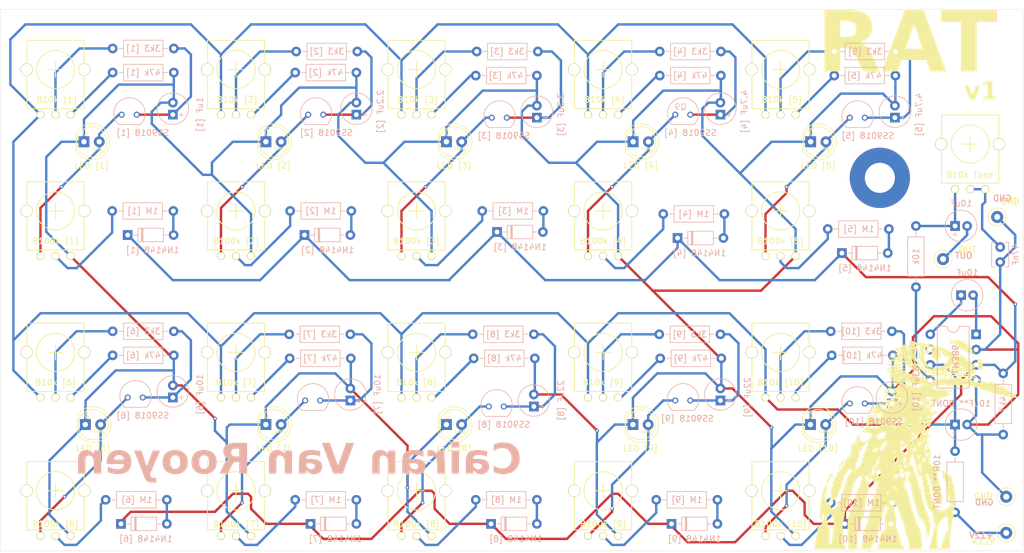
<source format=kicad_pcb>
(kicad_pcb (version 20240108) (generator "pcbnew") (generator_version "8.0")
  (layers (0 "F.Cu" signal) (31 "B.Cu" signal) (34 "B.Paste" user) (35 "F.Paste" user) (36 "B.SilkS" user "B.Silkscreen") (37 "F.SilkS" user "F.Silkscreen") (38 "B.Mask" user) (39 "F.Mask" user) (44 "Edge.Cuts" user))
  (net 0 "")
  (net 1 "Net-(D1-A)")
  (net 2 "Net-(Q1-E)")
  (net 3 "+12V")
  (net 4 "GND")
  (net 5 "Net-(Q2-E)")
  (net 6 "Net-(D2-A)")
  (net 7 "Net-(D4-A)")
  (net 8 "Net-(Q4-E)")
  (net 9 "Net-(D5-A)")
  (net 10 "Net-(R2-Pad1)")
  (net 11 "Net-(R4-Pad2)")
  (net 12 "Net-(R8-Pad1)")
  (net 13 "Net-(R11-Pad1)")
  (net 15 "Net-(Q5-E)")
  (net 16 "Net-(Q7-E)")
  (net 17 "Net-(Q8-E)")
  (net 18 "Net-(Q9-E)")
  (net 19 "Net-(Q10-E)")
  (net 20 "Net-(Q11-E)")
  (net 21 "Net-(Q12-E)")
  (net 22 "Mix")
  (net 23 "Net-(D7-A)")
  (net 24 "Net-(D8-A)")
  (net 25 "Net-(D10-A)")
  (net 26 "Net-(D11-A)")
  (net 27 "Net-(D13-A)")
  (net 28 "Net-(D14-A)")
  (net 29 "Net-(D15-A)")
  (net 30 "Net-(D16-A)")
  (net 31 "Net-(D17-A)")
  (net 32 "Net-(D18-A)")
  (net 33 "Net-(D19-A)")
  (net 34 "Net-(D20-A)")
  (net 35 "Net-(D21-A)")
  (net 36 "Net-(D22-A)")
  (net 37 "Net-(D23-A)")
  (net 38 "Net-(D24-A)")
  (net 39 "Net-(R13-Pad2)")
  (net 40 "Net-(R17-Pad1)")
  (net 41 "Net-(R20-Pad1)")
  (net 42 "Net-(R22-Pad2)")
  (net 43 "Net-(R23-Pad1)")
  (net 44 "Net-(R24-Pad1)")
  (net 45 "Net-(R26-Pad1)")
  (net 46 "Net-(R27-Pad1)")
  (net 47 "Net-(R28-Pad2)")
  (net 48 "Net-(R30-Pad1)")
  (net 49 "Net-(R35-Pad1)")
  (net 50 "Net-(R37-Pad2)")
  (net 51 "Net-(R38-Pad1)")
  (net 52 "Net-(C14-Pad1)")
  (net 53 "Net-(C14-Pad2)")
  (net 54 "Net-(C15-Pad1)")
  (net 55 "Net-(C15-Pad2)")
  (net 56 "Net-(C16-Pad1)")
  (net 57 "Net-(R1-Pad1)")
  (net 58 "Net-(R5-Pad2)")
  (net 59 "Net-(R7-Pad1)")
  (net 60 "Net-(R10-Pad1)")
  (net 61 "Net-(R14-Pad2)")
  (net 62 "Net-(R16-Pad1)")
  (net 63 "Net-(R19-Pad1)")
  (net 64 "Net-(R21-Pad2)")
  (net 65 "Net-(R29-Pad2)")
  (net 66 "Net-(R31-Pad1)")
  (net 67 "Net-(R33-Pad2)")
  (net 68 "Net-(R34-Pad1)")
  (net 69 "Net-(R36-Pad2)")
  (net 70 "Net-(R39-Pad1)")
  (footprint "LED_THT:LED_D5.0mm" (layer "F.Cu") (at 174.46 99)
    (property "Reference" "D22" (hide yes))
    (property "Value" "LED [10]")
  )
  (footprint "TestPoint:TestPoint_Loop_D1.80mm_Drill1.0mm_Beaded" (layer "F.Cu") (at 207 111)
    (property "Reference" "REF**" (hide yes))
    (property "Value" "TestPoint_Loop_D1.80mm_Drill1.0mm_Beaded" (hide yes))
  )
  (footprint "Cairan:Alpha9mmPot" (layer "F.Cu") (at 79 40)
    (property "Reference" "RV7" (hide yes))
    (property "Value" "B10k [2]")
  )
  (footprint "LED_THT:LED_D5.0mm" (layer "F.Cu") (at 53.96 99)
    (property "Reference" "D2" (hide yes))
    (property "Value" "LED [6]")
  )
  (footprint "Cairan:Alpha9mmPot" (layer "F.Cu") (at 109 40)
    (property "Reference" "RV13" (hide yes))
    (property "Value" "B10k [3]")
  )
  (footprint "Cairan:Alpha9mmPot" (layer "F.Cu") (at 169.5 63.5)
    (property "Reference" "RV24" (hide yes))
    (property "Value" "B100k [5]")
  )
  (footprint "Cairan:Alpha9mmPot" (layer "F.Cu") (at 140 87)
    (property "Reference" "RV18" (hide yes))
    (property "Value" "B10k [9]")
  )
  (footprint "Cairan:Alpha9mmPot" (layer "F.Cu") (at 109 110)
    (property "Reference" "RV16" (hide yes))
    (property "Value" "B100k [8]")
  )
  (footprint "Cairan:Alpha9mmPot" (layer "F.Cu") (at 109 63.5)
    (property "Reference" "RV15" (hide yes))
    (property "Value" "B100k [3]")
  )
  (footprint "LED_THT:LED_D5.0mm" (layer "F.Cu") (at 83.96 52)
    (property "Reference" "D7" (hide yes))
    (property "Value" "LED [2]")
  )
  (footprint "Cairan:Alpha9mmPot" (layer "F.Cu") (at 109 87)
    (property "Reference" "RV14" (hide yes))
    (property "Value" "B10k [8]")
  )
  (footprint "Cairan:Alpha9mmPot" (layer "F.Cu") (at 140 40)
    (property "Reference" "RV17" (hide yes))
    (property "Value" "B10k [4]")
  )
  (footprint "LED_THT:LED_D5.0mm" (layer "F.Cu") (at 53.728872 52)
    (property "Reference" "D1" (hide yes))
    (property "Value" "LED [1]")
  )
  (footprint "TestPoint:TestPoint_Loop_D1.80mm_Drill1.0mm_Beaded" (layer "F.Cu") (at 205.5 64.5)
    (property "Reference" "REF**" (hide yes))
    (property "Value" "TestPoint_Loop_D1.80mm_Drill1.0mm_Beaded" (hide yes))
  )
  (footprint "LED_THT:LED_D5.0mm" (layer "F.Cu") (at 113.96 52)
    (property "Reference" "D13" (hide yes))
    (property "Value" "LED [3]")
  )
  (footprint "Cairan:Alpha9mmPot" (layer "F.Cu") (at 49 87)
    (property "Reference" "RV2" (hide yes))
    (property "Value" "B10k [6]")
  )
  (footprint "Cairan:birdie" (layer "F.Cu") (at 190.308238 101.029561)
    (property "Reference" "G***" (hide yes))
    (property "Value" "LOGO" (hide yes))
  )
  (footprint "LED_THT:LED_D5.0mm" (layer "F.Cu") (at 113.96 99)
    (property "Reference" "D14" (hide yes))
    (property "Value" "LED [8]")
  )
  (footprint "TestPoint:TestPoint_Loop_D1.80mm_Drill1.0mm_Beaded" (layer "F.Cu") (at 196.5 71.5)
    (property "Reference" "REF**" (hide yes))
    (property "Value" "TestPoint_Loop_D1.80mm_Drill1.0mm_Beaded" (hide yes))
  )
  (footprint "LED_THT:LED_D5.0mm" (layer "F.Cu") (at 174.5 52)
    (property "Reference" "D21" (hide yes))
    (property "Value" "LED [5]")
  )
  (footprint "Cairan:Alpha9mmPot" (layer "F.Cu") (at 79 63.5)
    (property "Reference" "RV10" (hide yes))
    (property "Value" "B100k [2]")
  )
  (footprint "LED_THT:LED_D5.0mm" (layer "F.Cu") (at 83.96 99)
    (property "Reference" "D8" (hide yes))
    (property "Value" "LED [7]")
  )
  (footprint "Cairan:Alpha9mmPot" (layer "F.Cu") (at 79 87)
    (property "Reference" "RV8" (hide yes))
    (property "Value" "B10k [7]")
  )
  (footprint "TestPoint:TestPoint_Loop_D1.80mm_Drill1.0mm_Beaded" (layer "F.Cu") (at 207 117)
    (property "Reference" "REF**" (hide yes))
    (property "Value" "TestPoint_Loop_D1.80mm_Drill1.0mm_Beaded" (hide yes))
  )
  (footprint "Cairan:Alpha9mmPot" (layer "F.Cu") (at 201 52.3875)
    (property "Reference" "RV23" (hide yes))
    (property "Value" "B10k Tone")
  )
  (footprint "Cairan:Alpha9mmPot" (layer "F.Cu") (at 169.5 87)
    (property "Reference" "RV22" (hide yes))
    (property "Value" "B10k [10]")
  )
  (footprint "Cairan:Alpha9mmPot" (layer "F.Cu") (at 140 110)
    (property "Reference" "RV20" (hide yes))
    (property "Value" "B100k [9]")
  )
  (footprint "LED_THT:LED_D5.0mm" (layer "F.Cu") (at 144.96 99)
    (property "Reference" "D18" (hide yes))
    (property "Value" "LED [9]")
  )
  (footprint "MountingHole:MountingHole_5mm_Pad" (layer "F.Cu") (at 186 58)
    (property "Reference" "REF**" (hide yes))
    (property "Value" "MountingHole_5mm_Pad" (hide yes))
  )
  (footprint "Cairan:Alpha9mmPot" (layer "F.Cu") (at 169.5 110)
    (property "Reference" "RV25" (hide yes))
    (property "Value" "B100k [10]")
  )
  (footprint "Cairan:Alpha9mmPot" (layer "F.Cu") (at 79 110)
    (property "Reference" "RV11" (hide yes))
    (property "Value" "B100k [7]")
  )
  (footprint "Cairan:Alpha9mmPot" (layer "F.Cu") (at 49 63.5)
    (property "Reference" "RV4" (hide yes))
    (property "Value" "B100k [1]")
  )
  (footprint "LED_THT:LED_D5.0mm" (layer "F.Cu") (at 145 52)
    (property "Reference" "D17" (hide yes))
    (property "Value" "LED [4]")
  )
  (footprint "Cairan:Alpha9mmPot" (layer "F.Cu") (at 140 63.5)
    (property "Reference" "RV19" (hide yes))
    (property "Value" "B100k [4]")
  )
  (footprint "Cairan:Alpha9mmPot" (layer "F.Cu") (at 169.5 40)
    (property "Reference" "RV21" (hide yes))
    (property "Value" "B10k [5]")
  )
  (footprint "Cairan:Alpha9mmPot" (layer "F.Cu") (at 49 110)
    (property "Reference" "RV5" (hide yes))
    (property "Value" "B100k [6]")
  )
  (footprint "Cairan:Alpha9mmPot" (layer "F.Cu") (at 49 40)
    (property "Reference" "RV1" (hide yes))
    (property "Value" "B10k [1]")
  )
  (footprint "Resistor_THT:R_Axial_DIN0207_L6.3mm_D2.5mm_P10.16mm_Horizontal" (layer "B.Cu") (at 119.92 63.5)
    (property "Reference" "R23" (hide yes))
    (property "Value" "1M [3]")
  )
  (footprint "Resistor_THT:R_Axial_DIN0207_L6.3mm_D2.5mm_P10.16mm_Horizontal" (layer "B.Cu") (at 58.5 83.5)
    (property "Reference" "R2" (hide yes))
    (property "Value" "3k3 [6]")
  )
  (footprint "Resistor_THT:R_Axial_DIN0207_L6.3mm_D2.5mm_P10.16mm_Horizontal" (layer "B.Cu") (at 159.58 41 180)
    (property "Reference" "R28" (hide yes))
    (property "Value" "47k [4]")
  )
  (footprint "Resistor_THT:R_Axial_DIN0207_L6.3mm_D2.5mm_P10.16mm_Horizontal" (layer "B.Cu") (at 87.84 84)
    (property "Reference" "R11" (hide yes))
    (property "Value" "3k3 [7]")
  )
  (footprint "transistor:SS9018" (layer "B.Cu") (at 181.5 50.5 180)
    (property "Reference" "Q11" (hide yes))
    (property "Value" "SS9018 [5]")
  )
  (footprint "Diode_THT:D_DO-35_SOD27_P7.62mm_Horizontal" (layer "B.Cu") (at 179.69 70.5)
    (property "Reference" "D23" (hide yes))
    (property "Value" "1N4148 [5]")
  )
  (footprint "Diode_THT:D_DO-35_SOD27_P7.62mm_Horizontal" (layer "B.Cu") (at 121.38 115.5)
    (property "Reference" "D16" (hide yes))
    (property "Value" "1N4148 [8]")
  )
  (footprint "Resistor_THT:R_Axial_DIN0207_L6.3mm_D2.5mm_P10.16mm_Horizontal" (layer "B.Cu") (at 128.66 88 180)
    (property "Reference" "R22" (hide yes))
    (property "Value" "47k [8]")
  )
  (footprint "Resistor_THT:R_Axial_DIN0207_L6.3mm_D2.5mm_P10.16mm_Horizontal" (layer "B.Cu") (at 188.16 87.5 180)
    (property "Reference" "R37" (hide yes))
    (property "Value" "47k [10]")
  )
  (footprint "transistor:SS9018" (layer "B.Cu") (at 121.5 98.5 180)
    (property "Reference" "Q8" (hide yes))
    (property "Value" "SS9018 [8]")
  )
  (footprint "Resistor_THT:R_Axial_DIN0207_L6.3mm_D2.5mm_P10.16mm_Horizontal" (layer "B.Cu") (at 159.66 88 180)
    (property "Reference" "R29" (hide yes))
    (property "Value" "47k [9]")
  )
  (footprint "transistor:SS9018" (layer "B.Cu") (at 122 50.5 180)
    (property "Reference" "Q7" (hide yes))
    (property "Value" "SS9018 [3]")
  )
  (footprint "Resistor_THT:R_Axial_DIN0207_L6.3mm_D2.5mm_P10.16mm_Horizontal" (layer "B.Cu") (at 148.84 111.5)
    (property "Reference" "R31" (hide yes))
    (property "Value" "1M [9]")
  )
  (footprint "Resistor_THT:R_Axial_DIN0207_L6.3mm_D2.5mm_P10.16mm_Horizontal" (layer "B.Cu") (at 177.84 83.5)
    (property "Reference" "R35" (hide yes))
    (property "Value" "3k3 [10]")
  )
  (footprint "transistor:SS9018" (layer "B.Cu") (at 61.5 97 180)
    (property "Reference" "Q2" (hide yes))
    (property "Value" "SS9018 [6]")
  )
  (footprint "Capacitor_THT:C_Disc_D3.8mm_W2.6mm_P2.50mm" (layer "B.Cu") (at 206 69.5 -90)
    (property "Reference" "C16" (hide yes))
    (property "Value" "47nF")
  )
  (footprint "Capacitor_THT:C_Radial_D5.0mm_H11.0mm_P2.00mm" (layer "B.Cu") (at 198.5 99)
    (property "Reference" "C9" (hide yes))
    (property "Value" "10uF** DONT")
  )
  (footprint "Resistor_THT:R_Axial_DIN0207_L6.3mm_D2.5mm_P10.16mm_Horizontal" (layer "B.Cu") (at 129 41 180)
    (property "Reference" "R21" (hide yes))
    (property "Value" "47k [3]")
  )
  (footprint "Capacitor_THT:C_Radial_D5.0mm_H11.0mm_P2.00mm" (layer "B.Cu") (at 129 48 90)
    (property "Reference" "C7" (hide yes))
    (property "Value" "3.3uF [3]")
  )
  (footprint "Capacitor_THT:C_Radial_D5.0mm_H11.0mm_P2.00mm" (layer "B.Cu") (at 68.5 94.5 90)
    (property "Reference" "C2" (hide yes))
    (property "Value" "10uF [6]")
  )
  (footprint "Resistor_THT:R_Axial_DIN0207_L6.3mm_D2.5mm_P10.16mm_Horizontal" (layer "B.Cu") (at 206.5 100.66 90)
    (property "Reference" "R32" (hide yes))
    (property "Value" "4k7")
  )
  (footprint "transistor:SS9018" (layer "B.Cu") (at 60.5 50 180)
    (property "Reference" "Q1" (hide yes))
    (property "Value" "SS9018 [1]")
  )
  (footprint "Resistor_THT:R_Axial_DIN0207_L6.3mm_D2.5mm_P10.16mm_Horizontal" (layer "B.Cu") (at 99 40.5 180)
    (property "Reference" "R13" (hide yes))
    (property "Value" "47k [2]")
  )
  (footprint "Resistor_THT:R_Axial_DIN0207_L6.3mm_D2.5mm_P10.16mm_Horizontal" (layer "B.Cu") (at 68.66 40.5 180)
    (property "Reference" "R4" (hide yes))
    (property "Value" "47k [1]")
  )
  (footprint "transistor:SS9018" (layer "B.Cu") (at 181.5 98 180)
    (property "Reference" "Q12" (hide yes))
    (property "Value" "SS9018 [10]")
  )
  (footprint "transistor:SS9018" (layer "B.Cu") (at 91.5 50 180)
    (property "Reference" "Q4" (hide yes))
    (property "Value" "SS9018 [2]")
  )
  (footprint "Resistor_THT:R_Axial_DIN0207_L6.3mm_D2.5mm_P10.16mm_Horizontal" (layer "B.Cu") (at 119 37)
    (property "Reference" "R19" (hide yes))
    (property "Value" "3k3 [3]")
  )
  (footprint "Capacitor_THT:C_Radial_D5.0mm_H11.0mm_P2.00mm" (layer "B.Cu") (at 199.5 77.5)
    (property "Reference" "C14" (hide yes))
    (property "Value" "10uF")
  )
  (footprint "Diode_THT:D_DO-35_SOD27_P7.62mm_Horizontal" (layer "B.Cu") (at 61 67.5)
    (property "Reference" "D4" (hide yes))
    (property "Value" "1N4148 [1]")
  )
  (footprint "Diode_THT:D_DO-35_SOD27_P7.62mm_Horizontal" (layer "B.Cu") (at 180.19 115.5)
    (property "Reference" "D24" (hide yes))
    (property "Value" "1N4148 [10]")
  )
  (footprint "transistor:SS9018" (layer "B.Cu") (at 91 97.5 180)
    (property "Reference" "Q5" (hide yes))
    (property "Value" "SS9018 [7]" (hide yes))
  )
  (footprint "Resistor_THT:R_Axial_DIN0207_L6.3mm_D2.5mm_P10.16mm_Horizontal" (layer "B.Cu") (at 188.58 41 180)
    (property "Reference" "R36" (hide yes))
    (property "Value" "47k [5]")
  )
  (footprint "Diode_THT:D_DO-35_SOD27_P7.62mm_Horizontal" (layer "B.Cu") (at 151.38 115.5)
    (property "Reference" "D20" (hide yes))
    (property "Value" "1N4148 [9]")
  )
  (footprint "Diode_THT:D_DO-35_SOD27_P7.62mm_Horizontal" (layer "B.Cu") (at 90.38 67.5)
    (property "Reference" "D10" (hide yes))
    (property "Value" "1N4148 [2]")
  )
  (footprint "Capacitor_THT:C_Radial_D5.0mm_H11.0mm_P2.00mm" (layer "B.Cu") (at 68.5 47.5 90)
    (property "Reference" "C1" (hide yes))
    (property "Value" "1uF [1]")
  )
  (footprint "Resistor_THT:R_Axial_DIN0207_L6.3mm_D2.5mm_P10.16mm_Horizontal" (layer "B.Cu") (at 118.84 111.5)
    (property "Reference" "R24" (hide yes))
    (property "Value" "1M [8]")
  )
  (footprint "Diode_THT:D_DO-35_SOD27_P7.62mm_Horizontal" (layer "B.Cu") (at 152.38 68)
    (property "Reference" "D19" (hide yes))
    (property "Value" "1N4148 [4]")
  )
  (footprint "transistor:SS9018" (layer "B.Cu") (at 152.5 50 180)
    (property "Reference" "Q9")
    (property "Value" "SS9018 [4]")
  )
  (footprint "Resistor_THT:R_Axial_DIN0207_L6.3mm_D2.5mm_P10.16mm_Horizontal" (layer "B.Cu") (at 89 37)
    (property "Reference" "R10" (hide yes))
    (property "Value" "3k3 [2]")
  )
  (footprint "Capacitor_THT:C_Radial_D5.0mm_H11.0mm_P2.00mm" (layer "B.Cu") (at 128.5 96 90)
    (property "Reference" "C8" (hide yes))
    (property "Value" "22uF [8]")
  )
  (footprint "Cairan:LM386" (layer "B.Cu") (at 203.2 82.45 180)
    (property "Reference" "U1" (hide yes))
    (property "Value" "LM386")
  )
  (footprint "transistor:SS9018" (layer "B.Cu") (at 152.5 97.5 180)
    (property "Reference" "Q10" (hide yes))
    (property "Value" "SS9018 [9]")
  )
  (footprint "Resistor_THT:R_Axial_DIN0207_L6.3mm_D2.5mm_P10.16mm_Horizontal" (layer "B.Cu") (at 192 66 -90)
    (property "Reference" "R33" (hide yes))
    (property "Value" "10k")
  )
  (footprint "Resistor_THT:R_Axial_DIN0207_L6.3mm_D2.5mm_P10.16mm_Horizontal" (layer "B.Cu") (at 68.66 87.5 180)
    (property "Reference" "R5" (hide yes))
    (property "Value" "47k [6]")
  )
  (footprint "Resistor_THT:R_Axial_DIN0207_L6.3mm_D2.5mm_P10.16mm_Horizontal" (layer "B.Cu") (at 57.34 111.5)
    (property "Reference" "R8" (hide yes))
    (property "Value" "1M [6]")
  )
  (footprint "Capacitor_THT:C_Radial_D5.0mm_H11.0mm_P2.00mm" (layer "B.Cu") (at 98 95 90)
    (property "Reference" "C5" (hide yes))
    (property "Value" "10uF [7]")
  )
  (footprint "Resistor_THT:R_Axial_DIN0207_L6.3mm_D2.5mm_P10.16mm_Horizontal" (layer "B.Cu") (at 198.5 103.42 -90)
    (property "Reference" "R25" (hide yes))
    (property "Value" "10R** DONT")
  )
  (footprint "Resistor_THT:R_Axial_DIN0207_L6.3mm_D2.5mm_P10.16mm_Horizontal" (layer "B.Cu") (at 178.42 37)
    (property "Reference" "R34" (hide yes))
    (property "Value" "3k3 [5]")
  )
  (footprint "Resistor_THT:R_Axial_DIN0207_L6.3mm_D2.5mm_P10.16mm_Horizontal" (layer "B.Cu") (at 149.34 84)
    (property "Reference" "R27" (hide yes))
    (property "Value" "3k3 [9]")
  )
  (footprint "Capacitor_THT:C_Radial_D5.0mm_H11.0mm_P2.00mm" (layer "B.Cu") (at 198.5 66)
    (property "Reference" "C15" (hide yes))
    (property "Value" "10uF")
  )
  (footprint "Resistor_THT:R_Axial_DIN0207_L6.3mm_D2.5mm_P10.16mm_Horizontal" (layer "B.Cu") (at 177.34 66.5)
    (property "Reference" "R38" (hide yes))
    (property "Value" "1M [5]")
  )
  (footprint "Capacitor_THT:C_Radial_D5.0mm_H11.0mm_P2.00mm" (layer "B.Cu") (at 99 47.5 90)
    (property "Reference" "C4" (hide yes))
    (property "Value" "2.2uF [2]")
  )
  (footprint "Capacitor_THT:C_Radial_D5.0mm_H11.0mm_P2.00mm" (layer "B.Cu") (at 188.5 48 90)
    (property "Reference" "C12" (hide yes))
    (property "Value" "4.7uF [5]")
  )
  (footprint "Resistor_THT:R_Axial_DIN0207_L6.3mm_D2.5mm_P10.16mm_Horizontal" (layer "B.Cu") (at 98.08 88 180)
    (property "Reference" "R14" (hide yes))
    (property "Value" "47k [7]")
  )
  (footprint "Diode_THT:D_DO-35_SOD27_P7.62mm_Horizontal" (layer "B.Cu") (at 59.88 115.5)
    (property "Reference" "D5" (hide yes))
    (property "Value" "1N4148 [6]")
  )
  (footprint "Resistor_THT:R_Axial_DIN0207_L6.3mm_D2.5mm_P10.16mm_Horizontal" (layer "B.Cu") (at 58.5 36.5)
    (property "Reference" "R1" (hide yes))
    (property "Value" "3k3 [1]")
  )
  (footprint "Resistor_THT:R_Axial_DIN0207_L6.3mm_D2.5mm_P10.16mm_Horizontal" (layer "B.Cu") (at 58.42 63.5)
    (property "Reference" "R7" (hide yes))
    (property "Value" "1M [1]")
  )
  (footprint "Resistor_THT:R_Axial_DIN0207_L6.3mm_D2.5mm_P10.16mm_Horizontal" (layer "B.Cu") (at 88 63.5)
    (property "Reference" "R16" (hide yes))
    (property "Value" "1M [2]")
  )
  (footprint "Resistor_THT:R_Axial_DIN0207_L6.3mm_D2.5mm_P10.16mm_Horizontal" (layer "B.Cu") (at 150 64)
    (property "Reference" "R30" (hide yes))
    (property "Value" "1M [4]")
  )
  (footprint "Diode_THT:D_DO-35_SOD27_P7.62mm_Horizontal" (layer "B.Cu") (at 91.38 115.5)
    (property "Reference" "D11" (hide yes))
    (property "Value" "1N4148 [7]")
  )
  (footprint "Resistor_THT:R_Axial_DIN0207_L6.3mm_D2.5mm_P10.16mm_Horizontal" (layer "B.Cu") (at 88.84 111.5)
    (property "Reference" "R17" (hide yes))
    (property "Value" "1M [7]")
  )
  (footprint "Resistor_THT:R_Axial_DIN0207_L6.3mm_D2.5mm_P10.16mm_Horizontal" (layer "B.Cu") (at 149.42 37)
    (property "Reference" "R26" (hide yes))
    (property "Value" "3k3 [4]")
  )
  (footprint "Capacitor_THT:C_Radial_D5.0mm_H11.0mm_P2.00mm" (layer "B.Cu") (at 159.5 95 90)
    (property "Reference" "C11" (hide yes))
    (property "Value" "22uF [9]")
  )
  (footprint "Capacitor_THT:C_Radial_D5.0mm_H11.0mm_P2.00mm" (layer "B.Cu") (at 188 95.5 90)
    (property "Reference" "C13" (hide yes))
    (property "Value" "33uF [10]")
  )
  (footprint "Resistor_THT:R_Axial_DIN0207_L6.3mm_D2.5mm_P10.16mm_Horizontal" (layer "B.Cu") (at 177.84 112)
    (property "Reference" "R39" (hide yes))
    (property "Value" "1M [10]")
  )
  (footprint "Resistor_THT:R_Axial_DIN0207_L6.3mm_D2.5mm_P10.16mm_Horizontal" (layer "B.Cu") (at 118.34 84)
    (property "Reference" "R20" (hide yes))
    (property "Value" "3k3 [8]")
  )
  (footprint "Diode_THT:D_DO-35_SOD27_P7.62mm_Horizontal" (layer "B.Cu") (at 122.38 67)
    (property "Reference" "D15" (hide yes))
    (property "Value" "1N4148 [3]")
  )
  (footprint "Capacitor_THT:C_Radial_D5.0mm_H11.0mm_P2.00mm" (layer "B.Cu") (at 159.5 47.5 90)
    (property "Reference" "C10" (hide yes))
    (property "Value" "4.7uF [4]")
  )
  (gr_rect (start 39.8 30) (end 209.8 120) (stroke (width 0.05)) (fill none) (layer "Edge.Cuts"))
  (gr_text "GND" (at 208 62 -0) (layer "B.SilkS") (effects (font (size 1 1) (thickness 0.2) (bold yes)) (justify left bottom mirror)))
  (gr_text "+12V" (at 205 118 -0) (layer "B.SilkS") (effects (font (size 1 1) (thickness 0.2) (bold yes)) (justify left bottom mirror)))
  (gr_text "Cairan Van Rooyen" (at 126.5 108 -0) (layer "B.SilkS") (effects (font (size 5 5) (thickness 0.3) (bold yes)) (justify left bottom mirror)))
  (gr_text "OUT" (at 201.5 71.5 -0) (layer "B.SilkS") (effects (font (size 1 1) (thickness 0.2) (bold yes)) (justify left bottom mirror)))
  (gr_text "GND" (at 205 112.5 -0) (layer "B.SilkS") (effects (font (size 1 1) (thickness 0.2) (bold yes)) (justify left bottom mirror)))
  (gr_text "OUT" (at 199 70.5 0) (layer "F.SilkS") (effects (font (size 1 1) (thickness 0.2) (bold yes)) (justify left bottom)))
  (gr_text "+12V" (at 201 119 0) (layer "F.SilkS") (effects (font (size 1 1) (thickness 0.2) (bold yes)) (justify left bottom)))
  (gr_text "RAT" (at 175.5 42 0) (layer "F.SilkS") (effects (font (size 10 10) (thickness 0.3) (bold yes)) (justify left bottom)))
  (gr_text "v1" (at 200 45.5 0) (layer "F.SilkS") (effects (font (size 3 3) (thickness 0.3) (bold yes)) (justify left bottom)))
  (gr_text "GND" (at 206 62.5 0) (layer "F.SilkS") (effects (font (size 1 1) (thickness 0.2) (bold yes)) (justify left bottom)))
  (gr_text "GND" (at 201.5 111.5 0) (layer "F.SilkS") (effects (font (size 1 1) (thickness 0.2) (bold yes)) (justify left bottom)))
  (segment (start 46.5 63) (end 46.5 71) (width 0.4) (layer "F.Cu") (net 1))
  (segment (start 50 59.5) (end 46.5 63) (width 0.4) (layer "F.Cu") (net 1))
  (via (at 50 59.5) (size 0.6) (drill 0.3) (layers "F.Cu" "B.Cu") (net 1))
  (segment (start 59.5 47.5) (end 56.268872 50.731128) (width 0.4) (layer "B.Cu") (net 1))
  (segment (start 56.268872 53.231128) (end 56.268872 52) (width 0.4) (layer "B.Cu") (net 1))
  (segment (start 56.268872 50.731128) (end 56.268872 52) (width 0.4) (layer "B.Cu") (net 1))
  (segment (start 60 47.5) (end 59.5 47.5) (width 0.4) (layer "B.Cu") (net 1))
  (segment (start 50 59.5) (end 56.268872 53.231128) (width 0.4) (layer "B.Cu") (net 1))
  (segment (start 68.5 47.5) (end 62.5 47.5) (width 0.4) (layer "F.Cu") (net 2))
  (segment (start 68.66 36.5) (end 70.5 36.5) (width 0.4) (layer "B.Cu") (net 2))
  (segment (start 71.5 44.5) (end 68.5 47.5) (width 0.4) (layer "B.Cu") (net 2))
  (segment (start 71.5 37.5) (end 71.5 44.5) (width 0.4) (layer "B.Cu") (net 2))
  (segment (start 70.5 36.5) (end 71.5 37.5) (width 0.4) (layer "B.Cu") (net 2))
  (segment (start 181.5 99) (end 179 96.5) (width 0.4) (layer "F.Cu") (net 3))
  (segment (start 179 96.5) (end 169 96.5) (width 0.4) (layer "F.Cu") (net 3))
  (segment (start 191 99) (end 181.5 99) (width 0.4) (layer "F.Cu") (net 3))
  (segment (start 169 96.5) (end 167 94.5) (width 0.4) (layer "F.Cu") (net 3))
  (via (at 191 99) (size 0.6) (drill 0.3) (layers "F.Cu" "B.Cu") (net 3))
  (segment (start 106.5 38.5) (end 106.5 47.5) (width 0.4) (layer "B.Cu") (net 3))
  (segment (start 137.5 85.5) (end 142.5 80.5) (width 0.4) (layer "B.Cu") (net 3))
  (segment (start 46.5 80.5) (end 71 80.5) (width 0.4) (layer "B.Cu") (net 3))
  (segment (start 76.5 86) (end 76.5 94.5) (width 0.4) (layer "B.Cu") (net 3))
  (segment (start 42 52) (end 42 85) (width 0.4) (layer "B.Cu") (net 3))
  (segment (start 71 80.5) (end 76.5 86) (width 0.4) (layer "B.Cu") (net 3))
  (segment (start 76.5 37.5) (end 81.5 32.5) (width 0.4) (layer "B.Cu") (net 3))
  (segment (start 76.5 86) (end 82 80.5) (width 0.4) (layer "B.Cu") (net 3))
  (segment (start 207 117) (end 201.92 117) (width 0.4) (layer "B.Cu") (net 3))
  (segment (start 106.5 84) (end 110 80.5) (width 0.4) (layer "B.Cu") (net 3))
  (segment (start 42 85) (end 46.5 80.5) (width 0.4) (layer "B.Cu") (net 3))
  (segment (start 76.5 37.5) (end 76.5 47.5) (width 0.4) (layer "B.Cu") (net 3))
  (segment (start 137.5 85.5) (end 137.5 94.5) (width 0.4) (layer "B.Cu") (net 3))
  (segment (start 196.58 89.08) (end 198.5 91) (width 0.4) (layer "B.Cu") (net 3))
  (segment (start 167 38) (end 167 47.5) (width 0.4) (layer "B.Cu") (net 3))
  (segment (start 132.5 32.5) (end 137.5 37.5) (width 0.4) (layer "B.Cu") (net 3))
  (segment (start 106.5 84) (end 106.5 94.5) (width 0.4) (layer "B.Cu") (net 3))
  (segment (start 106.5 38.5) (end 112.5 32.5) (width 0.4) (layer "B.Cu") (net 3))
  (segment (start 137.5 37.5) (end 137.5 47.5) (width 0.4) (layer "B.Cu") (net 3))
  (segment (start 41.5 42.5) (end 41.5 35) (width 0.4) (layer "B.Cu") (net 3))
  (segment (start 142.5 32.5) (end 161.5 32.5) (width 0.4) (layer "B.Cu") (net 3))
  (segment (start 110 80.5) (end 132.5 80.5) (width 0.4) (layer "B.Cu") (net 3))
  (segment (start 137.5 37.5) (end 142.5 32.5) (width 0.4) (layer "B.Cu") (net 3))
  (segment (start 198.5 91) (end 198.5 99) (width 0.4) (layer "B.Cu") (net 3))
  (segment (start 41.5 35) (end 44 32.5) (width 0.4) (layer "B.Cu") (net 3))
  (segment (start 42 85) (end 42 90) (width 0.4) (layer "B.Cu") (net 3))
  (segment (start 71.5 32.5) (end 76.5 37.5) (width 0.4) (layer "B.Cu") (net 3))
  (segment (start 161.5 32.5) (end 167 38) (width 0.4) (layer "B.Cu") (net 3))
  (segment (start 46.5 47.5) (end 41.5 42.5) (width 0.4) (layer "B.Cu") (net 3))
  (segment (start 132.5 80.5) (end 137.5 85.5) (width 0.4) (layer "B.Cu") (net 3))
  (segment (start 198.5 99) (end 191 99) (width 0.4) (layer "B.Cu") (net 3))
  (segment (start 198.5 103.42) (end 198.5 99) (width 0.4) (layer "B.Cu") (net 3))
  (segment (start 44 32.5) (end 71.5 32.5) (width 0.4) (layer "B.Cu") (net 3))
  (segment (start 100.5 32.5) (end 106.5 38.5) (width 0.4) (layer "B.Cu") (net 3))
  (segment (start 42 90) (end 46.5 94.5) (width 0.4) (layer "B.Cu") (net 3))
  (segment (start 112.5 32.5) (end 132.5 32.5) (width 0.4) (layer "B.Cu") (net 3))
  (segment (start 167 86.5) (end 167 94.5) (width 0.4) (layer "B.Cu") (net 3))
  (segment (start 161 80.5) (end 167 86.5) (width 0.4) (layer "B.Cu") (net 3))
  (segment (start 103 80.5) (end 106.5 84) (width 0.4) (layer "B.Cu") (net 3))
  (segment (start 82 80.5) (end 103 80.5) (width 0.4) (layer "B.Cu") (net 3))
  (segment (start 142.5 80.5) (end 161 80.5) (width 0.4) (layer "B.Cu") (net 3))
  (segment (start 194.38 89.08) (end 196.58 89.08) (width 0.4) (layer "B.Cu") (net 3))
  (segment (start 201.92 117) (end 198.5 113.58) (width 0.4) (layer "B.Cu") (net 3))
  (segment (start 81.5 32.5) (end 100.5 32.5) (width 0.4) (layer "B.Cu") (net 3))
  (segment (start 46.5 47.5) (end 42 52) (width 0.4) (layer "B.Cu") (net 3))
  (segment (start 148.25 76.75) (end 159.5 88) (width 0.4) (layer "F.Cu") (net 4))
  (segment (start 209 94) (end 209 86.5) (width 0.4) (layer "F.Cu") (net 4))
  (segment (start 142.5 71) (end 148.25 76.75) (width 0.4) (layer "F.Cu") (net 4))
  (segment (start 98 93) (end 107.5 102.5) (width 0.4) (layer "F.Cu") (net 4))
  (segment (start 161.5 93) (end 168 99.5) (width 0.4) (layer "F.Cu") (net 4))
  (segment (start 204 99) (end 209 94) (width 0.4) (layer "F.Cu") (net 4))
  (segment (start 159.5 93) (end 161.5 93) (width 0.4) (layer "F.Cu") (net 4))
  (segment (start 209 86.5) (end 209 85.5) (width 0.4) (layer "F.Cu") (net 4))
  (segment (start 107.5 102.5) (end 107.5 109.5) (width 0.4) (layer "F.Cu") (net 4))
  (segment (start 208.96 86.54) (end 209 86.5) (width 0.4) (layer "F.Cu") (net 4))
  (segment (start 200.5 99) (end 204 99) (width 0.4) (layer "F.Cu") (net 4))
  (segment (start 166.25 76.75) (end 148.25 76.75) (width 0.4) (layer "F.Cu") (net 4))
  (segment (start 128.5 94) (end 133 94) (width 0.4) (layer "F.Cu") (net 4))
  (segment (start 204.5 81) (end 195 81) (width 0.4) (layer "F.Cu") (net 4))
  (segment (start 172 71) (end 166.25 76.75) (width 0.4) (layer "F.Cu") (net 4))
  (segment (start 159.5 88) (end 159.66 88) (width 0.4) (layer "F.Cu") (net 4))
  (segment (start 133 94) (end 139 100) (width 0.4) (layer "F.Cu") (net 4))
  (segment (start 191.5 84.5) (end 191.5 90) (width 0.4) (layer "F.Cu") (net 4))
  (segment (start 68 87.5) (end 68.66 87.5) (width 0.4) (layer "F.Cu") (net 4))
  (segment (start 68.5 92.5) (end 70 92.5) (width 0.4) (layer "F.Cu") (net 4))
  (segment (start 209 85.5) (end 204.5 81) (width 0.4) (layer "F.Cu") (net 4))
  (segment (start 191.5 90) (end 188 93.5) (width 0.4) (layer "F.Cu") (net 4))
  (segment (start 51.5 71) (end 68 87.5) (width 0.4) (layer "F.Cu") (net 4))
  (segment (start 202 86.54) (end 208.96 86.54) (width 0.4) (layer "F.Cu") (net 4))
  (segment (start 195 81) (end 191.5 84.5) (width 0.4) (layer "F.Cu") (net 4))
  (segment (start 70 92.5) (end 75.5 98) (width 0.4) (layer "F.Cu") (net 4))
  (via (at 107.5 109.5) (size 0.6) (drill 0.3) (layers "F.Cu" "B.Cu") (net 4))
  (via (at 139 100) (size 0.6) (drill 0.3) (layers "F.Cu" "B.Cu") (net 4))
  (via (at 168 99.5) (size 0.6) (drill 0.3) (layers "F.Cu" "B.Cu") (net 4))
  (via (at 75.5 98) (size 0.6) (drill 0.3) (layers "F.Cu" "B.Cu") (net 4))
  (segment (start 47.46 66.96) (end 51.5 71) (width 0.4) (layer "B.Cu") (net 4))
  (segment (start 99 45.5) (end 98 45.5) (width 0.4) (layer "B.Cu") (net 4))
  (segment (start 54 95) (end 54 96) (width 0.4) (layer "B.Cu") (net 4))
  (segment (start 128.66 93.84) (end 128.5 94) (width 0.4) (layer "B.Cu") (net 4))
  (segment (start 203 107) (end 203 100.66) (width 0.4) (layer "B.Cu") (net 4))
  (segment (start 53.96 99) (end 48 104.96) (width 0.4) (layer "B.Cu") (net 4))
  (segment (start 50 52) (end 47.46 54.54) (width 0.4) (layer "B.Cu") (net 4))
  (segment (start 141.96 99) (end 138.96 102) (width 0.4) (layer "B.Cu") (net 4))
  (segment (start 77.46 102) (end 77.46 113.46) (width 0.4) (layer "B.Cu") (net 4))
  (segment (start 206.5 100.66) (end 203 100.66) (width 0.4) (layer "B.Cu") (net 4))
  (segment (start 188.5 46) (end 186.5 44) (width 0.4) (layer "B.Cu") (net 4))
  (segment (start 95.5 90.5) (end 89.5 90.5) (width 0.4) (layer "B.Cu") (net 4))
  (segment (start 202.16 100.66) (end 200.5 99) (width 0.4) (layer "B.Cu") (net 4))
  (segment (start 179.5 91) (end 174.46 96.04) (width 0.4) (layer "B.Cu") (net 4))
  (segment (start 96 51) (end 100.5 55.5) (width 0.4) (layer "B.Cu") (net 4))
  (segment (start 99 43) (end 89.5 43) (width 0.4) (layer "B.Cu") (net 4))
  (segment (start 157.5 45.5) (end 156.5 46.5) (width 0.4) (layer "B.Cu") (net 4))
  (segment (start 172 66.5) (end 172 71) (width 0.4) (layer "B.Cu") (net 4))
  (segment (start 128.66 88) (end 128.66 93.84) (width 0.4) (layer "B.Cu") (net 4))
  (segment (start 98.08 88) (end 98.08 92.92) (width 0.4) (layer "B.Cu") (net 4))
  (segment (start 159.58 45.42) (end 159.5 45.5) (width 0.4) (layer "B.Cu") (net 4))
  (segment (start 208.5 69.5) (end 206 72) (width 0.4) (layer "B.Cu") (net 4))
  (segment (start 159.66 88) (end 159.66 92.84) (width 0.4) (layer "B.Cu") (net 4))
  (segment (start 202 97.5) (end 202 91.62) (width 0.4) (layer "B.Cu") (net 4))
  (segment (start 107.5 109.5) (end 107.5 113.42) (width 0.4) (layer "B.Cu") (net 4))
  (segment (start 174.5 49) (end 174.5 52) (width 0.4) (layer "B.Cu") (net 4))
  (segment (start 159.58 43) (end 159.58 43.5) (width 0.4) (layer "B.Cu") (net 4))
  (segment (start 73.5 57.5) (end 75 57.5) (width 0.4) (layer "B.Cu") (net 4))
  (segment (start 159.58 43.5) (end 150 43.5) (width 0.4) (layer "B.Cu") (net 4))
  (segment (start 75 55.46) (end 75 57.5) (width 0.4) (layer "B.Cu") (net 4))
  (segment (start 68.66 92.34) (end 68.5 92.5) (width 0.4) (layer "B.Cu") (net 4))
  (segment (start 131 55.5) (end 135.5 55.5) (width 0.4) (layer "B.Cu") (net 4))
  (segment (start 188.16 93.34) (end 188 93.5) (width 0.4) (layer "B.Cu") (net 4))
  (segment (start 99 40.5) (end 99 43) (width 0.4) (layer "B.Cu") (net 4))
  (segment (start 47.46 54.54) (end 47.46 66.96) (width 0.4) (layer "B.Cu") (net 4))
  (segment (start 98 93) (end 95.5 90.5) (width 0.4) (layer "B.Cu") (net 4))
  (segment (start 68.66 44.84) (end 68.66 42.5) (width 0.4) (layer "B.Cu") (net 4))
  (segment (start 188.58 43) (end 188.58 45.92) (width 0.4) (layer "B.Cu") (net 4))
  (segment (start 185.5 91) (end 179.5 91) (width 0.4) (layer "B.Cu") (net 4))
  (segment (start 203.46 86.54) (end 202 86.54) (width 0.4) (layer "B.Cu") (net 4))
  (segment (start 100.5 55.5) (end 103.5 55.5) (width 0.4) (layer "B.Cu") (net 4))
  (segment (start 59.5 42.5) (end 53.728872 48.271128) (width 0.4) (layer "B.Cu") (net 4))
  (segment (start 144.96 99) (end 141.96 99) (width 0.4) (layer "B.Cu") (net 4))
  (segment (start 174.46 96.04) (end 174.46 99) (width 0.4) (layer "B.Cu") (net 4))
  (segment (start 83.96 96.04) (end 83.96 99) (width 0.4) (layer "B.Cu") (net 4))
  (segment (start 135.5 55.5) (end 142.5 62.5) (width 0.4) (layer "B.Cu") (net 4))
  (segment (start 113.96 49.54) (end 113.96 52) (width 0.4) (layer "B.Cu") (net 4))
  (segment (start 139 52) (end 135.5 55.5) (width 0.4) (layer "B.Cu") (net 4))
  (segment (start 208.5 67.5) (end 208.5 69.5) (width 0.4) (layer "B.Cu") (net 4))
  (segment (start 103.5 55.5) (end 111.5 63.5) (width 0.4) (layer "B.Cu") (net 4))
  (segment (start 53.96 96.04) (end 53.96 99) (width 0.4) (layer "B.Cu") (net 4))
  (segment (start 68.66 90) (end 68.66 92.34) (width 0.4) (layer "B.Cu") (net 4))
  (segment (start 174.46 99) (end 171.96 99) (width 0.4) (layer "B.Cu") (net 4))
  (segment (start 156.5 51) (end 162.75 57.25) (width 0.4) (layer "B.Cu") (net 4))
  (segment (start 159.58 43.5) (end 159.58 45.42) (width 0.4) (layer "B.Cu") (net 4))
  (segment (start 98 45.5) (end 96 47.5) (width 0.4) (layer "B.Cu") (net 4))
  (segment (start 107.5 113.42) (end 107.46 113.46) (width 0.4) (layer "B.Cu") (net 4))
  (segment (start 157 90.5) (end 149 90.5) (width 0.4) (layer "B.Cu") (net 4))
  (segment (start 48 113.92) (end 47.96 113.96) (width 0.4) (layer "B.Cu") (net 4))
  (segment (start 78.46 52) (end 75 55.46) (width 0.4) (layer "B.Cu") (net 4))
  (segment (start 168 102.96) (end 167.96 103) (width 0.4) (layer "B.Cu") (net 4))
  (segment (start 203 100.66) (end 202.16 100.66) (width 0.4) (layer "B.Cu") (net 4))
  (segment (start 168 99.5) (end 168 102.96) (width 0.4) (layer "B.Cu") (net 4))
  (segment (start 77.46 99.5) (end 77.46 102) (width 0.4) (layer "B.Cu") (net 4))
  (segment (start 47.96 113.96) (end 51.5 117.5) (width 0.4) (layer "B.Cu") (net 4))
  (segment (start 188.58 41) (end 188.58 43) (width 0.4) (layer "B.Cu") (net 4))
  (segment (start 75.5 100.04) (end 77.46 102) (width 0.4) (layer "B.Cu") (net 4))
  (segment (start 139 101.96) (end 138.96 102) (width 0.4) (layer "B.Cu") (net 4))
  (segment (start 107.5 105.46) (end 107.5 109.5) (width 0.4) (layer "B.Cu") (net 4))
  (segment (start 68.66 90) (end 59 90) (width 0.4) (layer "B.Cu") (net 4))
  (segment (start 167.96 103) (end 167.96 113.46) (width 0.4) (layer "B.Cu") (net 4))
  (segment (start 138.96 102) (end 138.96 113.96) (width 0.4) (layer "B.Cu") (net 4))
  (segment (start 188 93.5) (end 185.5 91) (width 0.4) (layer "B.Cu") (net 4))
  (segment (start 86.5 46) (end 86.5 47.5) (width 0.4) (layer "B.Cu") (net 4))
  (segment (start 150 43.5) (end 145 48.5) (width 0.4) (layer "B.Cu") (net 4))
  (segment (start 83.96 99) (end 77.96 99) (width 0.4) (layer "B.Cu") (net 4))
  (segment (start 65 47) (end 65 49) (width 0.4) (layer "B.Cu") (net 4))
  (segment (start 159.5 45.5) (end 157.5 45.5) (width 0.4) (layer "B.Cu") (net 4))
  (segment (start 77.96 99) (end 77.46 99.5) (width 0.4) (layer "B.Cu") (net 4))
  (segment (start 68.66 42.5) (end 68.66 40.5) (width 0.4) (layer "B.Cu") (net 4))
  (segment (start 68.5 45.5) (end 68.5 45) (width 0.4) (layer "B.Cu") (net 4))
  (segment (start 206 84) (end 203.46 86.54) (width 0.4) (layer "B.Cu") (net 4))
  (segment (start 111.5 63.5) (end 111.5 71) (width 0.4) (layer "B.Cu") (net 4))
  (segment (start 59 90) (end 54 95) (width 0.4) (layer "B.Cu") (net 4))
  (segment (start 113.96 99) (end 107.5 105.46) (width 0.4) (layer "B.Cu") (net 4))
  (segment (start 68.66 87.5) (end 68.66 90) (width 0.4) (layer "B.Cu") (net 4))
  (segment (start 171.96 99) (end 167.96 103) (width 0.4) (layer "B.Cu") (net 4))
  (segment (start 127.5 46) (end 126.5 47) (width 0.4) (layer "B.Cu") (net 4))
  (segment (start 129 43.5) (end 120 43.5) (width 0.4) (layer "B.Cu") (net 4))
  (segment (start 138.96 113.96) (end 142.5 117.5) (width 0.4) (layer "B.Cu") (net 4))
  (segment (start 54 96) (end 53.96 96.04) (width 0.4) (layer "B.Cu") (net 4))
  (segment (start 205.5 64.5) (end 208.5 67.5) (width 0.4) (layer "B.Cu") (net 4))
  (segment (start 207 111) (end 203 107) (width 0.4) (layer "B.Cu") (net 4))
  (segment (start 145 48.5) (end 145 52) (width 0.4) (layer "B.Cu") (net 4))
  (segment (start 144.96 94.54) (end 144.96 99) (width 0.4) (layer "B.Cu") (net 4))
  (segment (start 139 100) (end 139 101.96) (width 0.4) (layer "B.Cu") (net 4))
  (segment (start 48 104.96) (end 48 113.92) (width 0.4) (layer "B.Cu") (net 4))
  (segment (start 188.16 87.5) (end 188.16 93.34) (width 0.4) (layer "B.Cu") (net 4))
  (segment (start 156.5 46.5) (end 156.5 51) (width 0.4) (layer "B.Cu") (net 4))
  (segment (start 68.5 45.5) (end 66.5 45.5) (width 0.4) (layer "B.Cu") (net 4))
  (segment (start 129 43.5) (end 129 46) (width 0.4) (layer "B.Cu") (net 4))
  (segment (start 66.5 45.5) (end 65 47) (width 0.4) (layer "B.Cu") (net 4))
  (segment (start 179.5 44) (end 174.5 49) (width 0.4) (layer "B.Cu") (net 4))
  (segment (start 107.46 113.46) (end 111.5 117.5) (width 0.4) (layer "B.Cu") (net 4))
  (segment (start 174.5 52) (end 168 52) (width 0.4) (layer "B.Cu") (net 4))
  (segment (start 53.728872 48.271128) (end 53.728872 52) (width 0.4) (layer "B.Cu") (net 4))
  (segment (start 142.5 62.5) (end 142.5 71) (width 0.4) (layer "B.Cu") (net 4))
  (segment (start 145 52) (end 139 52) (width 0.4) (layer "B.Cu") (net 4))
  (segment (start 129 46) (end 127.5 46) (width 0.4) (layer "B.Cu") (net 4))
  (segment (start 68.5 45) (end 68.66 44.84) (width 0.4) (layer "B.Cu") (net 4))
  (segment (start 77.46 113.46) (end 81.5 117.5) (width 0.4) (layer "B.Cu") (net 4))
  (segment (start 89.5 43) (end 86.5 46) (width 0.4) (layer "B.Cu") (net 4))
  (segment (start 81.5 64) (end 81.5 71) (width 0.4) (layer "B.Cu") (net 4))
  (segment (start 168 52) (end 162.75 57.25) (width 0.4) (layer "B.Cu") (net 4))
  (segment (start 75.5 98) (end 75.5 100.04) (width 0.4) (layer "B.Cu") (net 4))
  (segment (start 159.5 93) (end 157 90.5) (width 0.4) (layer "B.Cu") (net 4))
  (segment (start 126.5 47) (end 126.5 51) (width 0.4) (layer "B.Cu") (net 4))
  (segment (start 75 57.5) (end 81.5 64) (width 0.4) (layer "B.Cu") (net 4))
  (segment (start 107 52) (end 103.5 55.5) (width 0.4) (layer "B.Cu") (net 4))
  (segment (start 68.66 42.5) (end 59.5 42.5) (width 0.4) (layer "B.Cu") (net 4))
  (segment (start 149 90.5) (end 144.96 94.54) (width 0.4) (layer "B.Cu") (net 4))
  (segment (start 89.5 90.5) (end 83.96 96.04) (width 0.4) (layer "B.Cu") (net 4))
  (segment (start 120 43.5) (end 113.96 49.54) (width 0.4) (layer "B.Cu") (net 4))
  (segment (start 186.5 44) (end 179.5 44) (width 0.4) (layer "B.Cu") (net 4))
  (segment (start 113.96 52) (end 107 52) (width 0.4) (layer "B.Cu") (net 4))
  (segment (start 96 47.5) (end 96 51) (width 0.4) (layer "B.Cu") (net 4))
  (segment (start 98.08 92.92) (end 98 93) (width 0.4) (layer "B.Cu") (net 4))
  (segment (start 126.5 51) (end 131 55.5) (width 0.4) (layer "B.Cu") (net 4))
  (segment (start 200.5 99) (end 202 97.5) (width 0.4) (layer "B.Cu") (net 4))
  (segment (start 129 41) (end 129 43.5) (width 0.4) (layer "B.Cu") (net 4))
  (segment (start 206 72) (end 206 84) (width 0.4) (layer "B.Cu") (net 4))
  (segment (start 99 43) (end 99 45.5) (width 0.4) (layer "B.Cu") (net 4))
  (segment (start 159.66 92.84) (end 159.5 93) (width 0.4) (layer "B.Cu") (net 4))
  (segment (start 65 49) (end 73.5 57.5) (width 0.4) (layer "B.Cu") (net 4))
  (segment (start 167.96 113.46) (end 172 117.5) (width 0.4) (layer "B.Cu") (net 4))
  (segment (start 83.96 52) (end 78.46 52) (width 0.4) (layer "B.Cu") (net 4))
  (segment (start 86.5 47.5) (end 83.96 50.04) (width 0.4) (layer "B.Cu") (net 4))
  (segment (start 159.58 41) (end 159.58 43) (width 0.4) (layer "B.Cu") (net 4))
  (segment (start 188.58 45.92) (end 188.5 46) (width 0.4) (layer "B.Cu") (net 4))
  (segment (start 53.728872 52) (end 50 52) (width 0.4) (layer "B.Cu") (net 4))
  (segment (start 83.96 50.04) (end 83.96 52) (width 0.4) (layer "B.Cu") (net 4))
  (segment (start 162.75 57.25) (end 172 66.5) (width 0.4) (layer "B.Cu") (net 4))
  (segment (start 68.5 94.5) (end 63.5 94.5) (width 0.4) (layer "B.Cu") (net 5))
  (segment (start 71.5 91.5) (end 68.5 94.5) (width 0.4) (layer "B.Cu") (net 5))
  (segment (start 70 83.5) (end 71.5 85) (width 0.4) (layer "B.Cu") (net 5))
  (segment (start 68.66 83.5) (end 70 83.5) (width 0.4) (layer "B.Cu") (net 5))
  (segment (start 71.5 85) (end 71.5 91.5) (width 0.4) (layer "B.Cu") (net 5))
  (segment (start 50.5 111) (end 46.5 115) (width 0.4) (layer "F.Cu") (net 6))
  (segment (start 46.5 115) (end 46.5 117.5) (width 0.4) (layer "F.Cu") (net 6))
  (via (at 50.5 111) (size 0.6) (drill 0.3) (layers "F.Cu" "B.Cu") (net 6))
  (segment (start 56.5 105) (end 56.5 99) (width 0.4) (layer "B.Cu") (net 6))
  (segment (start 61 94.5) (end 56.5 99) (width 0.4) (layer "B.Cu") (net 6))
  (segment (start 50.5 111) (end 56.5 105) (width 0.4) (layer "B.Cu") (net 6))
  (segment (start 68.58 67.46) (end 68.62 67.5) (width 0.4) (layer "B.Cu") (net 7))
  (segment (start 68.58 63.5) (end 68.58 67.46) (width 0.4) (layer "B.Cu") (net 7))
  (segment (start 99 47.5) (end 93.5 47.5) (width 0.4) (layer "F.Cu") (net 8))
  (segment (start 100.5 37) (end 101.5 38) (width 0.4) (layer "B.Cu") (net 8))
  (segment (start 101.5 38) (end 101.5 46) (width 0.4) (layer "B.Cu") (net 8))
  (segment (start 101.5 46) (end 100 47.5) (width 0.4) (layer "B.Cu") (net 8))
  (segment (start 100 47.5) (end 99 47.5) (width 0.4) (layer "B.Cu") (net 8))
  (segment (start 99.16 37) (end 100.5 37) (width 0.4) (layer "B.Cu") (net 8))
  (segment (start 67.5 111.5) (end 67.5 115.5) (width 0.4) (layer "B.Cu") (net 9))
  (segment (start 52.5 83.5) (end 49 87) (width 0.4) (layer "B.Cu") (net 10))
  (segment (start 58.5 83.5) (end 52.5 83.5) (width 0.4) (layer "B.Cu") (net 10))
  (segment (start 49 87) (end 49 94.5) (width 0.4) (layer "B.Cu") (net 10))
  (segment (start 51.5 47.5) (end 58.5 40.5) (width 0.4) (layer "B.Cu") (net 11))
  (segment (start 58.42 40.58) (end 58.42 40.5) (width 0.4) (layer "B.Cu") (net 11))
  (segment (start 52.5 119) (end 50.5 119) (width 0.4) (layer "B.Cu") (net 12))
  (segment (start 57.34 111.5) (end 56.540001 112.299999) (width 0.4) (layer "B.Cu") (net 12))
  (segment (start 56.540001 114.959999) (end 52.5 119) (width 0.4) (layer "B.Cu") (net 12))
  (segment (start 56.540001 112.299999) (end 56.540001 114.959999) (width 0.4) (layer "B.Cu") (net 12))
  (segment (start 50.5 119) (end 49 117.5) (width 0.4) (layer "B.Cu") (net 12))
  (segment (start 79 88) (end 79 94.5) (width 0.4) (layer "B.Cu") (net 13))
  (segment (start 87.84 84) (end 83 84) (width 0.4) (layer "B.Cu") (net 13))
  (segment (start 83 84) (end 79 88) (width 0.4) (layer "B.Cu") (net 13))
  (segment (start 98 84) (end 100 84) (width 0.4) (layer "B.Cu") (net 15))
  (segment (start 99.5 95) (end 98 95) (width 0.4) (layer "B.Cu") (net 15))
  (segment (start 101.5 85.5) (end 101.5 93) (width 0.4) (layer "B.Cu") (net 15))
  (segment (start 100 84) (end 101.5 85.5) (width 0.4) (layer "B.Cu") (net 15))
  (segment (start 98 95) (end 93 95) (width 0.4) (layer "B.Cu") (net 15))
  (segment (start 101.5 93) (end 99.5 95) (width 0.4) (layer "B.Cu") (net 15))
  (segment (start 124 48) (end 129 48) (width 0.4) (layer "F.Cu") (net 16))
  (segment (start 133 46) (end 131 48) (width 0.4) (layer "B.Cu") (net 16))
  (segment (start 133 38.5) (end 133 46) (width 0.4) (layer "B.Cu") (net 16))
  (segment (start 131.5 37) (end 133 38.5) (width 0.4) (layer "B.Cu") (net 16))
  (segment (start 131 48) (end 129 48) (width 0.4) (layer "B.Cu") (net 16))
  (segment (start 129.16 37) (end 131.5 37) (width 0.4) (layer "B.Cu") (net 16))
  (segment (start 130 96) (end 128.5 96) (width 0.4) (layer "B.Cu") (net 17))
  (segment (start 130 84) (end 132 86) (width 0.4) (layer "B.Cu") (net 17))
  (segment (start 128.5 84) (end 130 84) (width 0.4) (layer "B.Cu") (net 17))
  (segment (start 132 86) (end 132 94) (width 0.4) (layer "B.Cu") (net 17))
  (segment (start 128.5 96) (end 123.5 96) (width 0.4) (layer "B.Cu") (net 17))
  (segment (start 132 94) (end 130 96) (width 0.4) (layer "B.Cu") (net 17))
  (segment (start 159.5 47.5) (end 154.5 47.5) (width 0.4) (layer "F.Cu") (net 18))
  (segment (start 162 38) (end 162 46) (width 0.4) (layer "B.Cu") (net 18))
  (segment (start 159.58 37) (end 161 37) (width 0.4) (layer "B.Cu") (net 18))
  (segment (start 161 37) (end 162 38) (width 0.4) (layer "B.Cu") (net 18))
  (segment (start 160.5 47.5) (end 159.5 47.5) (width 0.4) (layer "B.Cu") (net 18))
  (segment (start 162 46) (end 160.5 47.5) (width 0.4) (layer "B.Cu") (net 18))
  (segment (start 161.5 95) (end 159.5 95) (width 0.4) (layer "B.Cu") (net 19))
  (segment (start 162.5 85.5) (end 162.5 94) (width 0.4) (layer "B.Cu") (net 19))
  (segment (start 161 84) (end 162.5 85.5) (width 0.4) (layer "B.Cu") (net 19))
  (segment (start 159.5 84) (end 161 84) (width 0.4) (layer "B.Cu") (net 19))
  (segment (start 159.5 95) (end 154.5 95) (width 0.4) (layer "B.Cu") (net 19))
  (segment (start 162.5 94) (end 161.5 95) (width 0.4) (layer "B.Cu") (net 19))
  (segment (start 191 38) (end 191 47) (width 0.4) (layer "B.Cu") (net 20))
  (segment (start 188.5 48) (end 183.5 48) (width 0.4) (layer "B.Cu") (net 20))
  (segment (start 190 48) (end 188.5 48) (width 0.4) (layer "B.Cu") (net 20))
  (segment (start 191 47) (end 190 48) (width 0.4) (layer "B.Cu") (net 20))
  (segment (start 188.58 37) (end 190 37) (width 0.4) (layer "B.Cu") (net 20))
  (segment (start 190 37) (end 191 38) (width 0.4) (layer "B.Cu") (net 20))
  (segment (start 188 83.5) (end 189.5 83.5) (width 0.4) (layer "B.Cu") (net 21))
  (segment (start 190 93.5) (end 188 95.5) (width 0.4) (layer "B.Cu") (net 21))
  (segment (start 188 95.5) (end 183.5 95.5) (width 0.4) (layer "B.Cu") (net 21))
  (segment (start 190 84) (end 190 93.5) (width 0.4) (layer "B.Cu") (net 21))
  (segment (start 189.5 83.5) (end 190 84) (width 0.4) (layer "B.Cu") (net 21))
  (segment (start 173.5 112) (end 173.5 114) (width 0.4) (layer "F.Cu") (net 22))
  (segment (start 134 118) (end 141.5 110.5) (width 0.4) (layer "F.Cu") (net 22))
  (segment (start 183.69 74.5) (end 204 74.5) (width 0.4) (layer "F.Cu") (net 22))
  (segment (start 59.88 115.12) (end 61.5 113.5) (width 0.4) (layer "F.Cu") (net 22))
  (segment (start 59.88 115.5) (end 59.88 115.12) (width 0.4) (layer "F.Cu") (net 22))
  (segment (start 180.19 115.5) (end 180.19 113.31) (width 0.4) (layer "F.Cu") (net 22))
  (segment (start 91.38 115.5) (end 91.38 115.88) (width 0.4) (layer "F.Cu") (net 22))
  (segment (start 161.95 118.55) (end 170.5 110) (width 0.4) (layer "F.Cu") (net 22))
  (segment (start 142.5 110.5) (end 147.5 115.5) (width 0.4) (layer "F.Cu") (net 22))
  (segment (start 170.5 110) (end 171.5 110) (width 0.4) (layer "F.Cu") (net 22))
  (segment (start 199.5 91.58) (end 202 89.08) (width 0.4) (layer "F.Cu") (net 22))
  (segment (start 151.38 115.5) (end 151.38 115.88) (width 0.4) (layer "F.Cu") (net 22))
  (segment (start 147.5 115.5) (end 151.38 115.5) (width 0.4) (layer "F.Cu") (net 22))
  (segment (start 109.5 110) (end 111.5 110) (width 0.4) (layer "F.Cu") (net 22))
  (segment (start 61.5 113.5) (end 75.5 113.5) (width 0.4) (layer "F.Cu") (net 22))
  (segment (start 114.5 115.5) (end 121.38 115.5) (width 0.4) (layer "F.Cu") (net 22))
  (segment (start 91.38 115.88) (end 93.5 118) (width 0.4) (layer "F.Cu") (net 22))
  (segment (start 173.5 114) (end 175 115.5) (width 0.4) (layer "F.Cu") (net 22))
  (segment (start 81 110.5) (end 81.5 111) (width 0.4) (layer "F.Cu") (net 22))
  (segment (start 123.88 118) (end 134 118) (width 0.4) (layer "F.Cu") (net 22))
  (segment (start 111.5 110) (end 112 110.5) (width 0.4) (layer "F.Cu") (net 22))
  (segment (start 204 74.5) (end 208.5 79) (width 0.4) (layer "F.Cu") (net 22))
  (segment (start 112 110.5) (end 112 113) (width 0.4) (layer "F.Cu") (net 22))
  (segment (start 93.5 118) (end 101.5 118) (width 0.4) (layer "F.Cu") (net 22))
  (segment (start 101.5 118) (end 109.5 110) (width 0.4) (layer "F.Cu") (net 22))
  (segment (start 81.5 111) (end 81.5 113) (width 0.4) (layer "F.Cu") (net 22))
  (segment (start 175 115.5) (end 180.19 115.5) (width 0.4) (layer "F.Cu") (net 22))
  (segment (start 154.05 118.55) (end 161.95 118.55) (width 0.4) (layer "F.Cu") (net 22))
  (segment (start 75.5 113.5) (end 78.5 110.5) (width 0.4) (layer "F.Cu") (net 22))
  (segment (start 141.5 110.5) (end 142.5 110.5) (width 0.4) (layer "F.Cu") (net 22))
  (segment (start 78.5 110.5) (end 81 110.5) (width 0.4) (layer "F.Cu") (net 22))
  (segment (start 81.5 113) (end 84 115.5) (width 0.4) (layer "F.Cu") (net 22))
  (segment (start 121.38 115.5) (end 123.88 118) (width 0.4) (layer "F.Cu") (net 22))
  (segment (start 151.38 115.88) (end 154.05 118.55) (width 0.4) (layer "F.Cu") (net 22))
  (segment (start 179.69 70.5) (end 183.69 74.5) (width 0.4) (layer "F.Cu") (net 22))
  (segment (start 199.5 94) (end 199.5 91.58) (width 0.4) (layer "F.Cu") (net 22))
  (segment (start 180.19 113.31) (end 199.5 94) (width 0.4) (layer "F.Cu") (net 22))
  (segment (start 112 113) (end 114.5 115.5) (width 0.4) (layer "F.Cu") (net 22))
  (segment (start 171.5 110) (end 173.5 112) (width 0.4) (layer "F.Cu") (net 22))
  (segment (start 84 115.5) (end 91.38 115.5) (width 0.4) (layer "F.Cu") (net 22))
  (via (at 208.5 79) (size 0.6) (drill 0.3) (layers "F.Cu" "B.Cu") (net 22))
  (segment (start 208.5 79) (end 208.5 88.5) (width 0.4) (layer "B.Cu") (net 22))
  (segment (start 97.88 75) (end 90.38 67.5) (width 0.4) (layer "B.Cu") (net 22))
  (segment (start 202 89.08) (end 205.08 89.08) (width 0.4) (layer "B.Cu") (net 22))
  (segment (start 152.38 69.62) (end 147 75) (width 0.4) (layer "B.Cu") (net 22))
  (segment (start 114.5 75) (end 97.88 75) (width 0.4) (layer "B.Cu") (net 22))
  (segment (start 90.38 67.5) (end 90.38 67.62) (width 0.4) (layer "B.Cu") (net 22))
  (segment (start 90.38 67.62) (end 83 75) (width 0.4) (layer "B.Cu") (net 22))
  (segment (start 114.5 74.88) (end 114.5 75) (width 0.4) (layer "B.Cu") (net 22))
  (segment (start 152.38 68) (end 152.38 69.62) (width 0.4) (layer "B.Cu") (net 22))
  (segment (start 83 75) (end 68.5 75) (width 0.4) (layer "B.Cu") (net 22))
  (segment (start 208.5 88.5) (end 206.5 90.5) (width 0.4) (layer "B.Cu") (net 22))
  (segment (start 175.19 75) (end 159.38 75) (width 0.4) (layer "B.Cu") (net 22))
  (segment (start 152.38 68) (end 159.38 75) (width 0.4) (layer "B.Cu") (net 22))
  (segment (start 205.08 89.08) (end 206.5 90.5) (width 0.4) (layer "B.Cu") (net 22))
  (segment (start 179.69 70.5) (end 175.19 75) (width 0.4) (layer "B.Cu") (net 22))
  (segment (start 147 75) (end 130.38 75) (width 0.4) (layer "B.Cu") (net 22))
  (segment (start 68.5 75) (end 61 67.5) (width 0.4) (layer "B.Cu") (net 22))
  (segment (start 130.38 75) (end 122.38 67) (width 0.4) (layer "B.Cu") (net 22))
  (segment (start 122.38 67) (end 114.5 74.88) (width 0.4) (layer "B.Cu") (net 22))
  (segment (start 76.5 63) (end 76.5 71) (width 0.4) (layer "F.Cu") (net 23))
  (segment (start 80 59.5) (end 76.5 63) (width 0.4) (layer "F.Cu") (net 23))
  (via (at 80 59.5) (size 0.6) (drill 0.3) (layers "F.Cu" "B.Cu") (net 23))
  (segment (start 91 47.5) (end 86.5 52) (width 0.4) (layer "B.Cu") (net 23))
  (segment (start 86.5 52) (end 86.5 53) (width 0.4) (layer "B.Cu") (net 23))
  (segment (start 86.5 53) (end 80 59.5) (width 0.4) (layer "B.Cu") (net 23))
  (segment (start 80 112) (end 76.5 115.5) (width 0.4) (layer "F.Cu") (net 24))
  (segment (start 76.5 115.5) (end 76.5 117.5) (width 0.4) (layer "F.Cu") (net 24))
  (via (at 80 112) (size 0.6) (drill 0.3) (layers "F.Cu" "B.Cu") (net 24))
  (segment (start 86.5 100) (end 80 106.5) (width 0.4) (layer "B.Cu") (net 24))
  (segment (start 80 106.5) (end 80 112) (width 0.4) (layer "B.Cu") (net 24))
  (segment (start 86.5 99) (end 86.5 100) (width 0.4) (layer "B.Cu") (net 24))
  (segment (start 90.5 95) (end 86.5 99) (width 0.4) (layer "B.Cu") (net 24))
  (segment (start 98.16 66.84) (end 98.16 63.5) (width 0.4) (layer "B.Cu") (net 25))
  (segment (start 98 67.5) (end 98 67) (width 0.4) (layer "B.Cu") (net 25))
  (segment (start 98 67) (end 98.16 66.84) (width 0.4) (layer "B.Cu") (net 25))
  (segment (start 99 111.5) (end 99 115.5) (width 0.4) (layer "B.Cu") (net 26))
  (segment (start 110.5 59.5) (end 106.5 63.5) (width 0.4) (layer "F.Cu") (net 27))
  (segment (start 106.5 63.5) (end 106.5 71) (width 0.4) (layer "F.Cu") (net 27))
  (via (at 110.5 59.5) (size 0.6) (drill 0.3) (layers "F.Cu" "B.Cu") (net 27))
  (segment (start 116.5 53.5) (end 110.5 59.5) (width 0.4) (layer "B.Cu") (net 27))
  (segment (start 120.5 48) (end 116.5 52) (width 0.4) (layer "B.Cu") (net 27))
  (segment (start 116.5 52) (end 116.5 53.5) (width 0.4) (layer "B.Cu") (net 27))
  (segment (start 121.5 48) (end 120.5 48) (width 0.4) (layer "B.Cu") (net 27))
  (segment (start 110 112) (end 106.5 115.5) (width 0.4) (layer "F.Cu") (net 28))
  (segment (start 106.5 115.5) (end 106.5 117.5) (width 0.4) (layer "F.Cu") (net 28))
  (via (at 110 112) (size 0.6) (drill 0.3) (layers "F.Cu" "B.Cu") (net 28))
  (segment (start 116.5 99) (end 116.5 100) (width 0.4) (layer "B.Cu") (net 28))
  (segment (start 121 96) (end 119.5 96) (width 0.4) (layer "B.Cu") (net 28))
  (segment (start 119.5 96) (end 116.5 99) (width 0.4) (layer "B.Cu") (net 28))
  (segment (start 110 106.5) (end 110 112) (width 0.4) (layer "B.Cu") (net 28))
  (segment (start 116.5 100) (end 110 106.5) (width 0.4) (layer "B.Cu") (net 28))
  (segment (start 130.08 66.92) (end 130 67) (width 0.4) (layer "B.Cu") (net 29))
  (segment (start 130.08 63.5) (end 130.08 66.92) (width 0.4) (layer "B.Cu") (net 29))
  (segment (start 129 111.5) (end 129 115.5) (width 0.4) (layer "B.Cu") (net 30))
  (segment (start 137.5 63.5) (end 137.5 71) (width 0.4) (layer "F.Cu") (net 31))
  (segment (start 141.5 59.5) (end 137.5 63.5) (width 0.4) (layer "F.Cu") (net 31))
  (via (at 141.5 59.5) (size 0.6) (drill 0.3) (layers "F.Cu" "B.Cu") (net 31))
  (segment (start 147.54 51.96) (end 147.54 52) (width 0.4) (layer "B.Cu") (net 31))
  (segment (start 152 47.5) (end 147.54 51.96) (width 0.4) (layer "B.Cu") (net 31))
  (segment (start 147.54 53.46) (end 147.54 52) (width 0.4) (layer "B.Cu") (net 31))
  (segment (start 141.5 59.5) (end 147.54 53.46) (width 0.4) (layer "B.Cu") (net 31))
  (segment (start 141.5 113.5) (end 137.5 117.5) (width 0.4) (layer "F.Cu") (net 32))
  (segment (start 141.5 113) (end 141.5 113.5) (width 0.4) (layer "F.Cu") (net 32))
  (via (at 141.5 113) (size 0.6) (drill 0.3) (layers "F.Cu" "B.Cu") (net 32))
  (segment (start 141.5 109) (end 141.5 113) (width 0.4) (layer "B.Cu") (net 32))
  (segment (start 147.5 97.5) (end 147.5 99) (width 0.4) (layer "B.Cu") (net 32))
  (segment (start 152 95) (end 150 95) (width 0.4) (layer "B.Cu") (net 32))
  (segment (start 147.5 103) (end 141.5 109) (width 0.4) (layer "B.Cu") (net 32))
  (segment (start 150 95) (end 147.5 97.5) (width 0.4) (layer "B.Cu") (net 32))
  (segment (start 147.5 99) (end 147.5 103) (width 0.4) (layer "B.Cu") (net 32))
  (segment (start 160.16 64) (end 160.16 67.84) (width 0.4) (layer "B.Cu") (net 33))
  (segment (start 160.16 67.84) (end 160 68) (width 0.4) (layer "B.Cu") (net 33))
  (segment (start 159 111.5) (end 159 115.5) (width 0.4) (layer "B.Cu") (net 34))
  (segment (start 170.5 59.5) (end 170.5 60.5) (width 0.4) (layer "F.Cu") (net 35))
  (segment (start 167 64) (end 167 71) (width 0.4) (layer "F.Cu") (net 35))
  (segment (start 170.5 60.5) (end 167 64) (width 0.4) (layer "F.Cu") (net 35))
  (via (at 170.5 59.5) (size 0.6) (drill 0.3) (layers "F.Cu" "B.Cu") (net 35))
  (segment (start 177.04 51.96) (end 177.04 52) (width 0.4) (layer "B.Cu") (net 35))
  (segment (start 181 48) (end 177.04 51.96) (width 0.4) (layer "B.Cu") (net 35))
  (segment (start 177.04 52.96) (end 170.5 59.5) (width 0.4) (layer "B.Cu") (net 35))
  (segment (start 177.04 52) (end 177.04 52.96) (width 0.4) (layer "B.Cu") (net 35))
  (segment (start 170.5 112.5) (end 167 116) (width 0.4) (layer "F.Cu") (net 36))
  (segment (start 167 116) (end 167 117.5) (width 0.4) (layer "F.Cu") (net 36))
  (via (at 170.5 112.5) (size 0.6) (drill 0.3) (layers "F.Cu" "B.Cu") (net 36))
  (segment (start 177 99) (end 177 102.5) (width 0.4) (layer "B.Cu") (net 36))
  (segment (start 180.5 95.5) (end 181 95.5) (width 0.4) (layer "B.Cu") (net 36))
  (segment (start 177 102.5) (end 170.5 109) (width 0.4) (layer "B.Cu") (net 36))
  (segment (start 177 99) (end 180.5 95.5) (width 0.4) (layer "B.Cu") (net 36))
  (segment (start 170.5 109) (end 170.5 112.5) (width 0.4) (layer "B.Cu") (net 36))
  (segment (start 187.5 70.31) (end 187.31 70.5) (width 0.4) (layer "B.Cu") (net 37))
  (segment (start 187.5 66.5) (end 187.5 70.31) (width 0.4) (layer "B.Cu") (net 37))
  (segment (start 188 112) (end 188 115.31) (width 0.4) (layer "B.Cu") (net 38))
  (segment (start 188 115.31) (end 187.81 115.5) (width 0.4) (layer "B.Cu") (net 38))
  (segment (start 81.84 47.5) (end 81.5 47.5) (width 0.4) (layer "B.Cu") (net 39))
  (segment (start 88.84 40.5) (end 81.84 47.5) (width 0.4) (layer "B.Cu") (net 39))
  (segment (start 80.5 119) (end 82.5 119) (width 0.4) (layer "B.Cu") (net 40))
  (segment (start 82.5 119) (end 88.84 112.66) (width 0.4) (layer "B.Cu") (net 40))
  (segment (start 79 117.5) (end 80.5 119) (width 0.4) (layer "B.Cu") (net 40))
  (segment (start 88.84 112.66) (end 88.84 111.5) (width 0.4) (layer "B.Cu") (net 40))
  (segment (start 109 88) (end 109 94.5) (width 0.4) (layer "B.Cu") (net 41))
  (segment (start 113 84) (end 109 88) (width 0.4) (layer "B.Cu") (net 41))
  (segment (start 118.34 84) (end 113 84) (width 0.4) (layer "B.Cu") (net 41))
  (segment (start 112 94.5) (end 111.5 94.5) (width 0.4) (layer "B.Cu") (net 42))
  (segment (start 118.5 88) (end 112 94.5) (width 0.4) (layer "B.Cu") (net 42))
  (segment (start 109 71) (end 110.5 72.5) (width 0.4) (layer "B.Cu") (net 43))
  (segment (start 119.92 65.08) (end 119.92 63.5) (width 0.4) (layer "B.Cu") (net 43))
  (segment (start 112.5 72.5) (end 119.92 65.08) (width 0.4) (layer "B.Cu") (net 43))
  (segment (start 110.5 72.5) (end 112.5 72.5) (width 0.4) (layer "B.Cu") (net 43))
  (segment (start 110.5 119) (end 112.5 119) (width 0.4) (layer "B.Cu") (net 44))
  (segment (start 112.5 119) (end 118.84 112.66) (width 0.4) (layer "B.Cu") (net 44))
  (segment (start 109 117.5) (end 110.5 119) (width 0.4) (layer "B.Cu") (net 44))
  (segment (start 118.84 112.66) (end 118.84 111.5) (width 0.4) (layer "B.Cu") (net 44))
  (segment (start 149.42 37) (end 143.5 37) (width 0.4) (layer "B.Cu") (net 45))
  (segment (start 140 40.5) (end 140 47.5) (width 0.4) (layer "B.Cu") (net 45))
  (segment (start 143.5 37) (end 140 40.5) (width 0.4) (layer "B.Cu") (net 45))
  (segment (start 140 87) (end 140 94.5) (width 0.4) (layer "B.Cu") (net 46))
  (segment (start 143 84) (end 140 87) (width 0.4) (layer "B.Cu") (net 46))
  (segment (start 149.34 84) (end 143 84) (width 0.4) (layer "B.Cu") (net 46))
  (segment (start 149 41) (end 142.5 47.5) (width 0.4) (layer "B.Cu") (net 47))
  (segment (start 149.42 41) (end 149 41) (width 0.4) (layer "B.Cu") (net 47))
  (segment (start 142 73) (end 143.5 73) (width 0.4) (layer "B.Cu") (net 48))
  (segment (start 150 66.5) (end 150 64) (width 0.4) (layer "B.Cu") (net 48))
  (segment (start 143.5 73) (end 150 66.5) (width 0.4) (layer "B.Cu") (net 48))
  (segment (start 140 71) (end 142 73) (width 0.4) (layer "B.Cu") (net 48))
  (segment (start 173.5 83.5) (end 169.5 87.5) (width 0.4) (layer "B.Cu") (net 49))
  (segment (start 177.84 83.5) (end 173.5 83.5) (width 0.4) (layer "B.Cu") (net 49))
  (segment (start 169.5 87.5) (end 169.5 94.5) (width 0.4) (layer "B.Cu") (net 49))
  (segment (start 172 93.5) (end 178 87.5) (width 0.4) (layer "B.Cu") (net 50))
  (segment (start 172 94.5) (end 172 93.5) (width 0.4) (layer "B.Cu") (net 50))
  (segment (start 177.34 68.16) (end 177.34 66.5) (width 0.4) (layer "B.Cu") (net 51))
  (segment (start 169.5 72) (end 170.5 73) (width 0.4) (layer "B.Cu") (net 51))
  (segment (start 169.5 71) (end 169.5 72) (width 0.4) (layer "B.Cu") (net 51))
  (segment (start 170.5 73) (end 172.5 73) (width 0.4) (layer "B.Cu") (net 51))
  (segment (start 172.5 73) (end 177.34 68.16) (width 0.4) (layer "B.Cu") (net 51))
  (segment (start 199.5 77.5) (end 199.5 78.88) (width 0.4) (layer "B.Cu") (net 52))
  (segment (start 199.5 78.88) (end 194.38 84) (width 0.4) (layer "B.Cu") (net 52))
  (segment (start 202 78) (end 201.5 77.5) (width 0.4) (layer "B.Cu") (net 53))
  (segment (start 202 84) (end 202 78) (width 0.4) (layer "B.Cu") (net 53))
  (segment (start 198.5 66) (end 192 66) (width 0.4) (layer "B.Cu") (net 54))
  (segment (start 198.5 59.8875) (end 198.5 66) (width 0.4) (layer "B.Cu") (net 54))
  (segment (start 200.5 67.5) (end 196.5 71.5) (width 0.4) (layer "B.Cu") (net 55))
  (segment (start 200.5 66) (end 200.5 67.5) (width 0.4) (layer "B.Cu") (net 55))
  (segment (start 203.5 59.8875) (end 203.5 62) (width 0.4) (layer "B.Cu") (net 56))
  (segment (start 203.5 62) (end 203 62.5) (width 0.4) (layer "B.Cu") (net 56))
  (segment (start 201 59.8875) (end 203.5 59.8875) (width 0.4) (layer "B.Cu") (net 56))
  (segment (start 203 66.5) (end 206 69.5) (width 0.4) (layer "B.Cu") (net 56))
  (segment (start 203 62.5) (end 203 66.5) (width 0.4) (layer "B.Cu") (net 56))
  (segment (start 49 40.5) (end 53 36.5) (width 0.4) (layer "B.Cu") (net 57))
  (segment (start 53 36.5) (end 58.5 36.5) (width 0.4) (layer "B.Cu") (net 57))
  (segment (start 49 47.5) (end 49 40.5) (width 0.4) (layer "B.Cu") (net 57))
  (segment (start 58.5 87.5) (end 51.5 94.5) (width 0.4) (layer "B.Cu") (net 58))
  (segment (start 49 71) (end 51 73) (width 0.4) (layer "B.Cu") (net 59))
  (segment (start 51 73) (end 52.5 73) (width 0.4) (layer "B.Cu") (net 59))
  (segment (start 52.5 73) (end 58.42 67.08) (width 0.4) (layer "B.Cu") (net 59))
  (segment (start 58.42 67.08) (end 58.42 63.5) (width 0.4) (layer "B.Cu") (net 59))
  (segment (start 89 37) (end 83 37) (width 0.4) (layer "B.Cu") (net 60))
  (segment (start 83 37) (end 79 41) (width 0.4) (layer "B.Cu") (net 60))
  (segment (start 79 41) (end 79 47.5) (width 0.4) (layer "B.Cu") (net 60))
  (segment (start 81.5 94.42) (end 81.5 94.5) (width 0.4) (layer "B.Cu") (net 61))
  (segment (start 87.92 88) (end 81.5 94.42) (width 0.4) (layer "B.Cu") (net 61))
  (segment (start 88 65.984925) (end 88 63.5) (width 0.4) (layer "B.Cu") (net 62))
  (segment (start 81.484925 72.5) (end 88 65.984925) (width 0.4) (layer "B.Cu") (net 62))
  (segment (start 80.5 72.5) (end 81.484925 72.5) (width 0.4) (layer "B.Cu") (net 62))
  (segment (start 79 71) (end 80.5 72.5) (width 0.4) (layer "B.Cu") (net 62))
  (segment (start 109 41.5) (end 109 47.5) (width 0.4) (layer "B.Cu") (net 63))
  (segment (start 119 37) (end 113.5 37) (width 0.4) (layer "B.Cu") (net 63))
  (segment (start 113.5 37) (end 109 41.5) (width 0.4) (layer "B.Cu") (net 63))
  (segment (start 118.84 41) (end 118 41) (width 0.4) (layer "B.Cu") (net 64))
  (segment (start 118 41) (end 111.5 47.5) (width 0.4) (layer "B.Cu") (net 64))
  (segment (start 149.5 88) (end 143 94.5) (width 0.4) (layer "B.Cu") (net 65))
  (segment (start 143 94.5) (end 142.5 94.5) (width 0.4) (layer "B.Cu") (net 65))
  (segment (start 148.84 113.66) (end 148.84 111.5) (width 0.4) (layer "B.Cu") (net 66))
  (segment (start 143.5 119) (end 148.84 113.66) (width 0.4) (layer "B.Cu") (net 66))
  (segment (start 140 117.5) (end 141.5 119) (width 0.4) (layer "B.Cu") (net 66))
  (segment (start 141.5 119) (end 143.5 119) (width 0.4) (layer "B.Cu") (net 66))
  (segment (start 192 76.16) (end 192 89.24) (width 0.4) (layer "B.Cu") (net 67))
  (segment (start 192 89.24) (end 194.38 91.62) (width 0.4) (layer "B.Cu") (net 67))
  (segment (start 174 37) (end 169.5 41.5) (width 0.4) (layer "B.Cu") (net 68))
  (segment (start 178.42 37) (end 174 37) (width 0.4) (layer "B.Cu") (net 68))
  (segment (start 169.5 41.5) (end 169.5 47.5) (width 0.4) (layer "B.Cu") (net 68))
  (segment (start 172 47.42) (end 172 47.5) (width 0.4) (layer "B.Cu") (net 69))
  (segment (start 178.42 41) (end 172 47.42) (width 0.4) (layer "B.Cu") (net 69))
  (segment (start 171 119) (end 173 119) (width 0.4) (layer "B.Cu") (net 70))
  (segment (start 173 119) (end 177.84 114.16) (width 0.4) (layer "B.Cu") (net 70))
  (segment (start 177.84 114.16) (end 177.84 112) (width 0.4) (layer "B.Cu") (net 70))
  (segment (start 169.5 117.5) (end 171 119) (width 0.4) (layer "B.Cu") (net 70))
)
</source>
